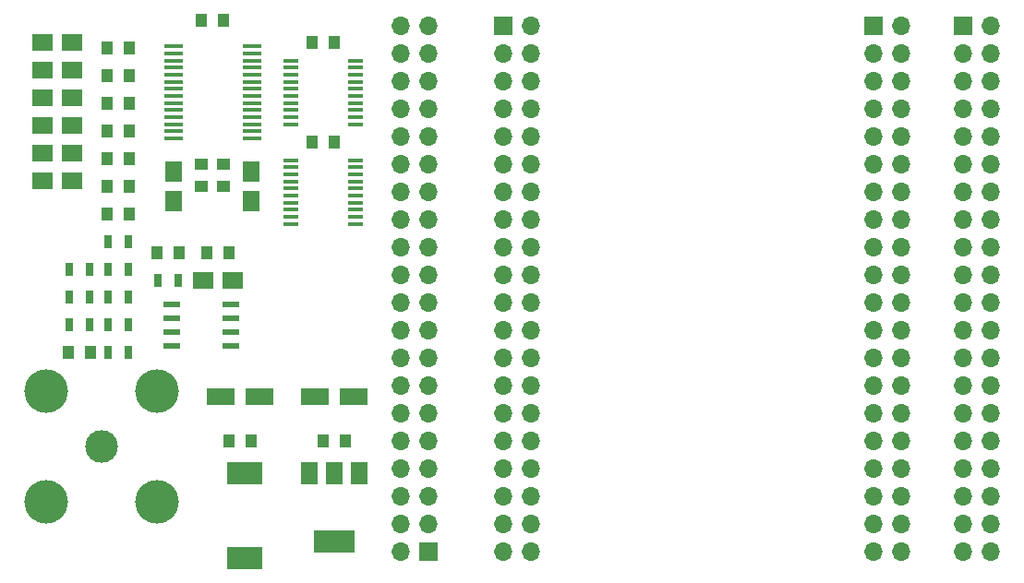
<source format=gbr>
G04 #@! TF.FileFunction,Soldermask,Top*
%FSLAX46Y46*%
G04 Gerber Fmt 4.6, Leading zero omitted, Abs format (unit mm)*
G04 Created by KiCad (PCBNEW 4.0.7) date 04/16/18 15:15:31*
%MOMM*%
%LPD*%
G01*
G04 APERTURE LIST*
%ADD10C,0.100000*%
%ADD11R,1.700000X1.700000*%
%ADD12O,1.700000X1.700000*%
%ADD13R,2.600000X1.600000*%
%ADD14C,3.000000*%
%ADD15C,4.000000*%
%ADD16R,3.200000X2.000000*%
%ADD17R,3.800000X2.000000*%
%ADD18R,1.500000X2.000000*%
%ADD19R,1.750000X0.450000*%
%ADD20R,1.450000X0.450000*%
%ADD21R,1.550000X0.600000*%
%ADD22R,1.000000X1.250000*%
%ADD23R,1.950000X1.500000*%
%ADD24R,1.250000X1.000000*%
%ADD25R,1.500000X1.950000*%
%ADD26R,0.700000X1.300000*%
G04 APERTURE END LIST*
D10*
D11*
X196850000Y-73152000D03*
D12*
X199390000Y-73152000D03*
X196850000Y-75692000D03*
X199390000Y-75692000D03*
X196850000Y-78232000D03*
X199390000Y-78232000D03*
X196850000Y-80772000D03*
X199390000Y-80772000D03*
X196850000Y-83312000D03*
X199390000Y-83312000D03*
X196850000Y-85852000D03*
X199390000Y-85852000D03*
X196850000Y-88392000D03*
X199390000Y-88392000D03*
X196850000Y-90932000D03*
X199390000Y-90932000D03*
X196850000Y-93472000D03*
X199390000Y-93472000D03*
X196850000Y-96012000D03*
X199390000Y-96012000D03*
X196850000Y-98552000D03*
X199390000Y-98552000D03*
X196850000Y-101092000D03*
X199390000Y-101092000D03*
X196850000Y-103632000D03*
X199390000Y-103632000D03*
X196850000Y-106172000D03*
X199390000Y-106172000D03*
X196850000Y-108712000D03*
X199390000Y-108712000D03*
X196850000Y-111252000D03*
X199390000Y-111252000D03*
X196850000Y-113792000D03*
X199390000Y-113792000D03*
X196850000Y-116332000D03*
X199390000Y-116332000D03*
X196850000Y-118872000D03*
X199390000Y-118872000D03*
X196850000Y-121412000D03*
X199390000Y-121412000D03*
D13*
X128756000Y-107188000D03*
X132356000Y-107188000D03*
X137392000Y-107188000D03*
X140992000Y-107188000D03*
D11*
X154686000Y-73152000D03*
D12*
X157226000Y-73152000D03*
X154686000Y-75692000D03*
X157226000Y-75692000D03*
X154686000Y-78232000D03*
X157226000Y-78232000D03*
X154686000Y-80772000D03*
X157226000Y-80772000D03*
X154686000Y-83312000D03*
X157226000Y-83312000D03*
X154686000Y-85852000D03*
X157226000Y-85852000D03*
X154686000Y-88392000D03*
X157226000Y-88392000D03*
X154686000Y-90932000D03*
X157226000Y-90932000D03*
X154686000Y-93472000D03*
X157226000Y-93472000D03*
X154686000Y-96012000D03*
X157226000Y-96012000D03*
X154686000Y-98552000D03*
X157226000Y-98552000D03*
X154686000Y-101092000D03*
X157226000Y-101092000D03*
X154686000Y-103632000D03*
X157226000Y-103632000D03*
X154686000Y-106172000D03*
X157226000Y-106172000D03*
X154686000Y-108712000D03*
X157226000Y-108712000D03*
X154686000Y-111252000D03*
X157226000Y-111252000D03*
X154686000Y-113792000D03*
X157226000Y-113792000D03*
X154686000Y-116332000D03*
X157226000Y-116332000D03*
X154686000Y-118872000D03*
X157226000Y-118872000D03*
X154686000Y-121412000D03*
X157226000Y-121412000D03*
D14*
X117856000Y-111760000D03*
D15*
X122936000Y-116840000D03*
X112776000Y-116840000D03*
X112776000Y-106680000D03*
X122936000Y-106680000D03*
D16*
X130937000Y-114210000D03*
X130937000Y-122010000D03*
D17*
X139192000Y-120498000D03*
D18*
X139192000Y-114198000D03*
X136892000Y-114198000D03*
X141492000Y-114198000D03*
D19*
X131616000Y-83473000D03*
X131616000Y-82823000D03*
X131616000Y-82173000D03*
X131616000Y-81523000D03*
X131616000Y-80873000D03*
X131616000Y-80223000D03*
X131616000Y-79573000D03*
X131616000Y-78923000D03*
X131616000Y-78273000D03*
X131616000Y-77623000D03*
X131616000Y-76973000D03*
X131616000Y-76323000D03*
X131616000Y-75673000D03*
X131616000Y-75023000D03*
X124416000Y-75023000D03*
X124416000Y-75673000D03*
X124416000Y-76323000D03*
X124416000Y-76973000D03*
X124416000Y-77623000D03*
X124416000Y-78273000D03*
X124416000Y-78923000D03*
X124416000Y-79573000D03*
X124416000Y-80223000D03*
X124416000Y-80873000D03*
X124416000Y-81523000D03*
X124416000Y-82173000D03*
X124416000Y-82823000D03*
X124416000Y-83473000D03*
D20*
X135226000Y-76323000D03*
X135226000Y-76973000D03*
X135226000Y-77623000D03*
X135226000Y-78273000D03*
X135226000Y-78923000D03*
X135226000Y-79573000D03*
X135226000Y-80223000D03*
X135226000Y-80873000D03*
X135226000Y-81523000D03*
X135226000Y-82173000D03*
X141126000Y-82173000D03*
X141126000Y-81523000D03*
X141126000Y-80873000D03*
X141126000Y-80223000D03*
X141126000Y-79573000D03*
X141126000Y-78923000D03*
X141126000Y-78273000D03*
X141126000Y-77623000D03*
X141126000Y-76973000D03*
X141126000Y-76323000D03*
X135226000Y-85467000D03*
X135226000Y-86117000D03*
X135226000Y-86767000D03*
X135226000Y-87417000D03*
X135226000Y-88067000D03*
X135226000Y-88717000D03*
X135226000Y-89367000D03*
X135226000Y-90017000D03*
X135226000Y-90667000D03*
X135226000Y-91317000D03*
X141126000Y-91317000D03*
X141126000Y-90667000D03*
X141126000Y-90017000D03*
X141126000Y-89367000D03*
X141126000Y-88717000D03*
X141126000Y-88067000D03*
X141126000Y-87417000D03*
X141126000Y-86767000D03*
X141126000Y-86117000D03*
X141126000Y-85467000D03*
D21*
X124300000Y-98679000D03*
X124300000Y-99949000D03*
X124300000Y-101219000D03*
X124300000Y-102489000D03*
X129700000Y-102489000D03*
X129700000Y-101219000D03*
X129700000Y-99949000D03*
X129700000Y-98679000D03*
D22*
X120380000Y-80264000D03*
X118380000Y-80264000D03*
D23*
X115167000Y-79756000D03*
X112417000Y-79756000D03*
D22*
X127016000Y-72644000D03*
X129016000Y-72644000D03*
D24*
X129032000Y-85868000D03*
X129032000Y-87868000D03*
D22*
X120380000Y-77724000D03*
X118380000Y-77724000D03*
X129556000Y-111252000D03*
X131556000Y-111252000D03*
D25*
X131572000Y-86509000D03*
X131572000Y-89259000D03*
D23*
X115167000Y-77216000D03*
X112417000Y-77216000D03*
D22*
X139176000Y-74676000D03*
X137176000Y-74676000D03*
X120380000Y-87884000D03*
X118380000Y-87884000D03*
X139176000Y-83820000D03*
X137176000Y-83820000D03*
X138192000Y-111252000D03*
X140192000Y-111252000D03*
D23*
X115167000Y-87376000D03*
X112417000Y-87376000D03*
D24*
X127000000Y-85868000D03*
X127000000Y-87868000D03*
D25*
X124460000Y-86509000D03*
X124460000Y-89259000D03*
D22*
X120380000Y-82804000D03*
X118380000Y-82804000D03*
D23*
X115167000Y-82296000D03*
X112417000Y-82296000D03*
D22*
X120380000Y-75184000D03*
X118380000Y-75184000D03*
D23*
X115167000Y-74676000D03*
X112417000Y-74676000D03*
D22*
X129524000Y-93980000D03*
X127524000Y-93980000D03*
D23*
X129899000Y-96520000D03*
X127149000Y-96520000D03*
D22*
X116824000Y-103124000D03*
X114824000Y-103124000D03*
X120380000Y-90424000D03*
X118380000Y-90424000D03*
X124952000Y-93980000D03*
X122952000Y-93980000D03*
X120380000Y-85344000D03*
X118380000Y-85344000D03*
D23*
X115167000Y-84836000D03*
X112417000Y-84836000D03*
D26*
X120330000Y-103124000D03*
X118430000Y-103124000D03*
X120330000Y-100584000D03*
X118430000Y-100584000D03*
X118430000Y-98044000D03*
X120330000Y-98044000D03*
X120330000Y-92964000D03*
X118430000Y-92964000D03*
X118430000Y-95504000D03*
X120330000Y-95504000D03*
X124902000Y-96520000D03*
X123002000Y-96520000D03*
X114874000Y-100584000D03*
X116774000Y-100584000D03*
X116774000Y-98044000D03*
X114874000Y-98044000D03*
D11*
X147828000Y-121412000D03*
D12*
X145288000Y-121412000D03*
X147828000Y-118872000D03*
X145288000Y-118872000D03*
X147828000Y-116332000D03*
X145288000Y-116332000D03*
X147828000Y-113792000D03*
X145288000Y-113792000D03*
X147828000Y-111252000D03*
X145288000Y-111252000D03*
X147828000Y-108712000D03*
X145288000Y-108712000D03*
X147828000Y-106172000D03*
X145288000Y-106172000D03*
X147828000Y-103632000D03*
X145288000Y-103632000D03*
X147828000Y-101092000D03*
X145288000Y-101092000D03*
X147828000Y-98552000D03*
X145288000Y-98552000D03*
X147828000Y-96012000D03*
X145288000Y-96012000D03*
X147828000Y-93472000D03*
X145288000Y-93472000D03*
X147828000Y-90932000D03*
X145288000Y-90932000D03*
X147828000Y-88392000D03*
X145288000Y-88392000D03*
X147828000Y-85852000D03*
X145288000Y-85852000D03*
X147828000Y-83312000D03*
X145288000Y-83312000D03*
X147828000Y-80772000D03*
X145288000Y-80772000D03*
X147828000Y-78232000D03*
X145288000Y-78232000D03*
X147828000Y-75692000D03*
X145288000Y-75692000D03*
X147828000Y-73152000D03*
X145288000Y-73152000D03*
D11*
X188595000Y-73152000D03*
D12*
X191135000Y-73152000D03*
X188595000Y-75692000D03*
X191135000Y-75692000D03*
X188595000Y-78232000D03*
X191135000Y-78232000D03*
X188595000Y-80772000D03*
X191135000Y-80772000D03*
X188595000Y-83312000D03*
X191135000Y-83312000D03*
X188595000Y-85852000D03*
X191135000Y-85852000D03*
X188595000Y-88392000D03*
X191135000Y-88392000D03*
X188595000Y-90932000D03*
X191135000Y-90932000D03*
X188595000Y-93472000D03*
X191135000Y-93472000D03*
X188595000Y-96012000D03*
X191135000Y-96012000D03*
X188595000Y-98552000D03*
X191135000Y-98552000D03*
X188595000Y-101092000D03*
X191135000Y-101092000D03*
X188595000Y-103632000D03*
X191135000Y-103632000D03*
X188595000Y-106172000D03*
X191135000Y-106172000D03*
X188595000Y-108712000D03*
X191135000Y-108712000D03*
X188595000Y-111252000D03*
X191135000Y-111252000D03*
X188595000Y-113792000D03*
X191135000Y-113792000D03*
X188595000Y-116332000D03*
X191135000Y-116332000D03*
X188595000Y-118872000D03*
X191135000Y-118872000D03*
X188595000Y-121412000D03*
X191135000Y-121412000D03*
D26*
X116774000Y-95504000D03*
X114874000Y-95504000D03*
M02*

</source>
